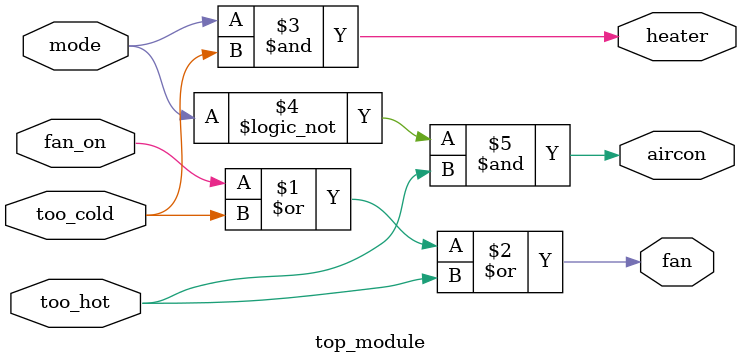
<source format=sv>
module top_module(
  input mode,
  input too_cold,
  input too_hot,
  input fan_on,
  output heater,
  output aircon,
  output fan
);

  assign fan = fan_on | too_cold | too_hot;
  assign heater = mode & too_cold;
  assign aircon = !mode & too_hot;

endmodule

</source>
